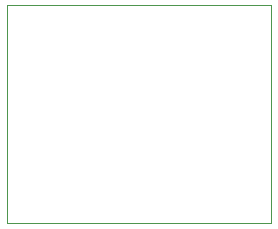
<source format=gbr>
G04 #@! TF.FileFunction,Profile,NP*
%FSLAX46Y46*%
G04 Gerber Fmt 4.6, Leading zero omitted, Abs format (unit mm)*
G04 Created by KiCad (PCBNEW (2014-12-04 BZR 5312)-product) date 4/7/2015 12:43:42 PM*
%MOMM*%
G01*
G04 APERTURE LIST*
%ADD10C,0.100000*%
G04 APERTURE END LIST*
D10*
X120142000Y-48006000D02*
X120142000Y-47752000D01*
X142494000Y-48006000D02*
X120142000Y-48006000D01*
X142494000Y-47752000D02*
X142494000Y-48006000D01*
X142494000Y-29591000D02*
X142494000Y-29718000D01*
X120142000Y-29591000D02*
X142494000Y-29591000D01*
X120142000Y-29718000D02*
X120142000Y-29591000D01*
X120142000Y-47752000D02*
X120142000Y-29718000D01*
X142494000Y-29718000D02*
X142494000Y-47752000D01*
M02*

</source>
